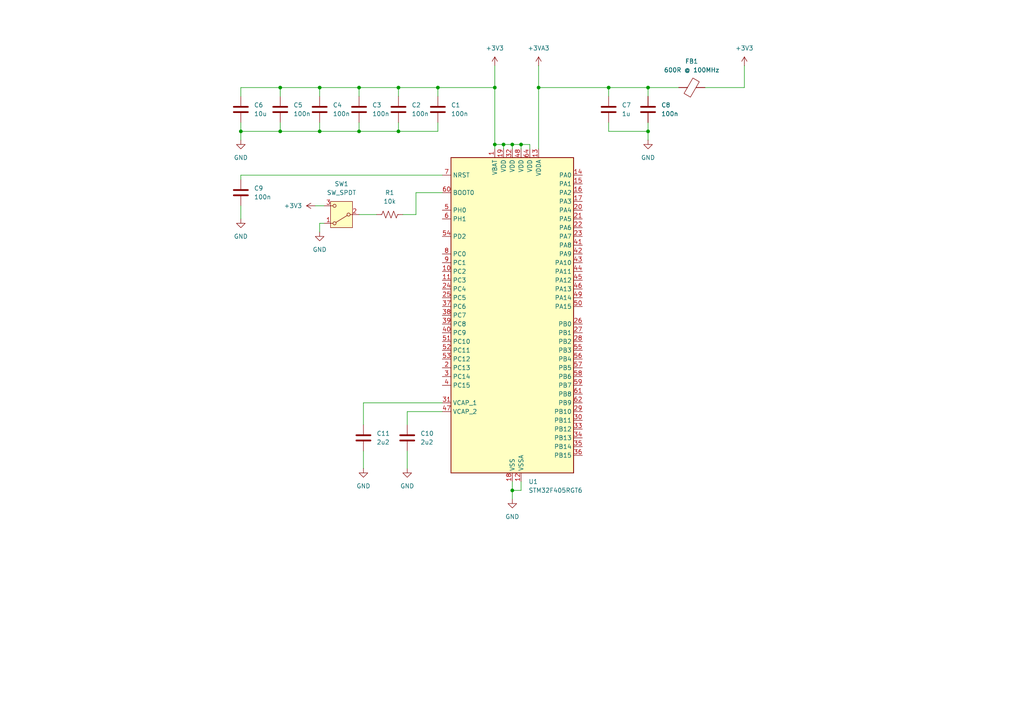
<source format=kicad_sch>
(kicad_sch (version 20250114) (generator "eeschema") (generator_version "9.0")
  (paper "A4")
  (title_block (title "Flight Controller Phase 1") (date "2026-01-31") (rev "0"))
  (lib_symbols
    (symbol "Device:C" (pin_numbers (hide yes)) (pin_names (offset 0.254))
      (property "Reference" "C" (at 0.635 2.54 0))
      (property "Value" "C" (at 0.635 -2.54 0))
      (symbol "C_0_1"
        (polyline (pts (xy -2.032 0.762) (xy 2.032 0.762)) (stroke (width 0.508)))
        (polyline (pts (xy -2.032 -0.762) (xy 2.032 -0.762)) (stroke (width 0.508)))
      )
      (symbol "C_1_1"
        (pin passive line (at 0 3.81 270) (length 2.794) (name "~") (number "1"))
        (pin passive line (at 0 -3.81 90) (length 2.794) (name "~") (number "2"))
      )
    )
    (symbol "Device:FerriteBead" (pin_numbers (hide yes)) (pin_names (offset 0))
      (property "Reference" "FB" (at -3.81 0.635 90))
      (property "Value" "FerriteBead" (at 3.81 0 90))
      (symbol "FerriteBead_0_1"
        (polyline (pts (xy -2.7686 0.4064) (xy -1.7018 2.2606) (xy 2.7686 -0.3048) (xy 1.6764 -2.159) (xy -2.7686 0.4064)))
        (polyline (pts (xy 0 1.27) (xy 0 1.2954)))
        (polyline (pts (xy 0 -1.27) (xy 0 -1.2192)))
      )
      (symbol "FerriteBead_1_1"
        (pin passive line (at 0 3.81 270) (length 2.54) (name "~") (number "1"))
        (pin passive line (at 0 -3.81 90) (length 2.54) (name "~") (number "2"))
      )
    )
    (symbol "Device:R_US" (pin_numbers (hide yes)) (pin_names (offset 0))
      (property "Reference" "R" (at 2.54 0 90))
      (property "Value" "R_US" (at -2.54 0 90))
      (symbol "R_US_0_1"
        (polyline (pts (xy 0 2.286) (xy 0 2.54)))
        (polyline (pts (xy 0 2.286) (xy 1.016 1.905) (xy 0 1.524) (xy -1.016 1.143) (xy 0 0.762)))
        (polyline (pts (xy 0 0.762) (xy 1.016 0.381) (xy 0 0) (xy -1.016 -0.381) (xy 0 -0.762)))
        (polyline (pts (xy 0 -0.762) (xy 1.016 -1.143) (xy 0 -1.524) (xy -1.016 -1.905) (xy 0 -2.286)))
        (polyline (pts (xy 0 -2.286) (xy 0 -2.54)))
      )
      (symbol "R_US_1_1"
        (pin passive line (at 0 3.81 270) (length 1.27) (name "~") (number "1"))
        (pin passive line (at 0 -3.81 90) (length 1.27) (name "~") (number "2"))
      )
    )
    (symbol "MCU_ST_STM32F4:STM32F405RGTx"
      (property "Reference" "U" (at -17.78 46.99 0))
      (property "Value" "STM32F405RGTx" (at 10.16 46.99 0))
      (symbol "STM32F405RGTx_0_1"
        (rectangle (start -17.78 -45.72) (end 17.78 45.72) (stroke (width 0.254)) (fill (type background)))
      )
      (symbol "STM32F405RGTx_1_1"
        (pin input line (at -20.32 40.64 0) (length 2.54) (name "NRST") (number "7"))
        (pin input line (at -20.32 35.56 0) (length 2.54) (name "BOOT0") (number "60"))
        (pin bidirectional line (at -20.32 30.48 0) (length 2.54) (name "PH0") (number "5"))
        (pin bidirectional line (at -20.32 27.94 0) (length 2.54) (name "PH1") (number "6"))
        (pin bidirectional line (at -20.32 22.86 0) (length 2.54) (name "PD2") (number "54"))
        (pin bidirectional line (at -20.32 17.78 0) (length 2.54) (name "PC0") (number "8"))
        (pin bidirectional line (at -20.32 15.24 0) (length 2.54) (name "PC1") (number "9"))
        (pin bidirectional line (at -20.32 12.7 0) (length 2.54) (name "PC2") (number "10"))
        (pin bidirectional line (at -20.32 10.16 0) (length 2.54) (name "PC3") (number "11"))
        (pin bidirectional line (at -20.32 7.62 0) (length 2.54) (name "PC4") (number "24"))
        (pin bidirectional line (at -20.32 5.08 0) (length 2.54) (name "PC5") (number "25"))
        (pin bidirectional line (at -20.32 2.54 0) (length 2.54) (name "PC6") (number "37"))
        (pin bidirectional line (at -20.32 0 0) (length 2.54) (name "PC7") (number "38"))
        (pin bidirectional line (at -20.32 -2.54 0) (length 2.54) (name "PC8") (number "39"))
        (pin bidirectional line (at -20.32 -5.08 0) (length 2.54) (name "PC9") (number "40"))
        (pin bidirectional line (at -20.32 -7.62 0) (length 2.54) (name "PC10") (number "51"))
        (pin bidirectional line (at -20.32 -10.16 0) (length 2.54) (name "PC11") (number "52"))
        (pin bidirectional line (at -20.32 -12.7 0) (length 2.54) (name "PC12") (number "53"))
        (pin bidirectional line (at -20.32 -15.24 0) (length 2.54) (name "PC13") (number "2"))
        (pin bidirectional line (at -20.32 -17.78 0) (length 2.54) (name "PC14") (number "3"))
        (pin bidirectional line (at -20.32 -20.32 0) (length 2.54) (name "PC15") (number "4"))
        (pin power_out line (at -20.32 -25.4 0) (length 2.54) (name "VCAP_1") (number "31"))
        (pin power_out line (at -20.32 -27.94 0) (length 2.54) (name "VCAP_2") (number "47"))
        (pin power_in line (at -5.08 48.26 270) (length 2.54) (name "VBAT") (number "1"))
        (pin power_in line (at -2.54 48.26 270) (length 2.54) (name "VDD") (number "19"))
        (pin power_in line (at 0 48.26 270) (length 2.54) (name "VDD") (number "32"))
        (pin power_in line (at 0 -48.26 90) (length 2.54) (name "VSS") (number "18"))
        (pin passive line (at 0 -48.26 90) (length 2.54) (hide yes) (name "VSS") (number "63"))
        (pin power_in line (at 2.54 48.26 270) (length 2.54) (name "VDD") (number "48"))
        (pin power_in line (at 2.54 -48.26 90) (length 2.54) (name "VSSA") (number "12"))
        (pin power_in line (at 5.08 48.26 270) (length 2.54) (name "VDD") (number "64"))
        (pin power_in line (at 7.62 48.26 270) (length 2.54) (name "VDDA") (number "13"))
        (pin bidirectional line (at 20.32 40.64 180) (length 2.54) (name "PA0") (number "14"))
        (pin bidirectional line (at 20.32 38.1 180) (length 2.54) (name "PA1") (number "15"))
        (pin bidirectional line (at 20.32 35.56 180) (length 2.54) (name "PA2") (number "16"))
        (pin bidirectional line (at 20.32 33.02 180) (length 2.54) (name "PA3") (number "17"))
        (pin bidirectional line (at 20.32 30.48 180) (length 2.54) (name "PA4") (number "20"))
        (pin bidirectional line (at 20.32 27.94 180) (length 2.54) (name "PA5") (number "21"))
        (pin bidirectional line (at 20.32 25.4 180) (length 2.54) (name "PA6") (number "22"))
        (pin bidirectional line (at 20.32 22.86 180) (length 2.54) (name "PA7") (number "23"))
        (pin bidirectional line (at 20.32 20.32 180) (length 2.54) (name "PA8") (number "41"))
        (pin bidirectional line (at 20.32 17.78 180) (length 2.54) (name "PA9") (number "42"))
        (pin bidirectional line (at 20.32 15.24 180) (length 2.54) (name "PA10") (number "43"))
        (pin bidirectional line (at 20.32 12.7 180) (length 2.54) (name "PA11") (number "44"))
        (pin bidirectional line (at 20.32 10.16 180) (length 2.54) (name "PA12") (number "45"))
        (pin bidirectional line (at 20.32 7.62 180) (length 2.54) (name "PA13") (number "46"))
        (pin bidirectional line (at 20.32 5.08 180) (length 2.54) (name "PA14") (number "49"))
        (pin bidirectional line (at 20.32 2.54 180) (length 2.54) (name "PA15") (number "50"))
        (pin bidirectional line (at 20.32 -2.54 180) (length 2.54) (name "PB0") (number "26"))
        (pin bidirectional line (at 20.32 -5.08 180) (length 2.54) (name "PB1") (number "27"))
        (pin bidirectional line (at 20.32 -7.62 180) (length 2.54) (name "PB2") (number "28"))
        (pin bidirectional line (at 20.32 -10.16 180) (length 2.54) (name "PB3") (number "55"))
        (pin bidirectional line (at 20.32 -12.7 180) (length 2.54) (name "PB4") (number "56"))
        (pin bidirectional line (at 20.32 -15.24 180) (length 2.54) (name "PB5") (number "57"))
        (pin bidirectional line (at 20.32 -17.78 180) (length 2.54) (name "PB6") (number "58"))
        (pin bidirectional line (at 20.32 -20.32 180) (length 2.54) (name "PB7") (number "59"))
        (pin bidirectional line (at 20.32 -22.86 180) (length 2.54) (name "PB8") (number "61"))
        (pin bidirectional line (at 20.32 -25.4 180) (length 2.54) (name "PB9") (number "62"))
        (pin bidirectional line (at 20.32 -27.94 180) (length 2.54) (name "PB10") (number "29"))
        (pin bidirectional line (at 20.32 -30.48 180) (length 2.54) (name "PB11") (number "30"))
        (pin bidirectional line (at 20.32 -33.02 180) (length 2.54) (name "PB12") (number "33"))
        (pin bidirectional line (at 20.32 -35.56 180) (length 2.54) (name "PB13") (number "34"))
        (pin bidirectional line (at 20.32 -38.1 180) (length 2.54) (name "PB14") (number "35"))
        (pin bidirectional line (at 20.32 -40.64 180) (length 2.54) (name "PB15") (number "36"))
      )
    )
    (symbol "Switch:SW_SPDT" (pin_names (offset 0) (hide yes))
      (property "Reference" "SW" (at 0 5.08 0))
      (property "Value" "SW_SPDT" (at 0 -5.08 0))
      (symbol "SW_SPDT_0_1"
        (circle (center -2.032 0) (radius 0.4572))
        (polyline (pts (xy -1.651 0.254) (xy 1.651 2.286)))
        (circle (center 2.032 2.54) (radius 0.4572))
        (circle (center 2.032 -2.54) (radius 0.4572))
      )
      (symbol "SW_SPDT_1_1"
        (rectangle (start -3.175 3.81) (end 3.175 -3.81) (fill (type background)))
        (pin passive line (at -5.08 0 0) (length 2.54) (name "B") (number "2"))
        (pin passive line (at 5.08 2.54 180) (length 2.54) (name "A") (number "1"))
        (pin passive line (at 5.08 -2.54 180) (length 2.54) (name "C") (number "3"))
      )
    )
    (symbol "power:+3.3VA" (power) (pin_numbers (hide yes)) (pin_names (offset 0) (hide yes))
      (property "Value" "+3.3VA" (at 0 3.556 0))
      (symbol "+3.3VA_0_1"
        (polyline (pts (xy -0.762 1.27) (xy 0 2.54)))
        (polyline (pts (xy 0 2.54) (xy 0.762 1.27)))
        (polyline (pts (xy 0 0) (xy 0 2.54)))
      )
      (symbol "+3.3VA_1_1"
        (pin power_in line (at 0 0 90) (length 0) (name "~") (number "1"))
      )
    )
    (symbol "power:+3V3" (power) (pin_numbers (hide yes)) (pin_names (offset 0) (hide yes))
      (property "Value" "+3V3" (at 0 3.556 0))
      (symbol "+3V3_0_1"
        (polyline (pts (xy -0.762 1.27) (xy 0 2.54)))
        (polyline (pts (xy 0 2.54) (xy 0.762 1.27)))
        (polyline (pts (xy 0 0) (xy 0 2.54)))
      )
      (symbol "+3V3_1_1"
        (pin power_in line (at 0 0 90) (length 0) (name "~") (number "1"))
      )
    )
    (symbol "power:GND" (power) (pin_numbers (hide yes)) (pin_names (offset 0) (hide yes))
      (property "Value" "GND" (at 0 -3.81 0))
      (symbol "GND_0_1"
        (polyline (pts (xy 0 0) (xy 0 -1.27) (xy 1.27 -1.27) (xy 0 -2.54) (xy -1.27 -1.27) (xy 0 -1.27)))
      )
      (symbol "GND_1_1"
        (pin power_in line (at 0 0 270) (length 0) (name "~") (number "1"))
      )
    )
  )
  (junction (at 127 25.4))
  (junction (at 81.28 25.4))
  (junction (at 151.13 41.91))
  (junction (at 69.85 38.1))
  (junction (at 156.21 25.4))
  (junction (at 104.14 38.1))
  (junction (at 187.96 38.1))
  (junction (at 143.51 41.91))
  (junction (at 92.71 25.4))
  (junction (at 115.57 25.4))
  (junction (at 146.05 41.91))
  (junction (at 104.14 25.4))
  (junction (at 148.59 142.24))
  (junction (at 187.96 25.4))
  (junction (at 115.57 38.1))
  (junction (at 143.51 25.4))
  (junction (at 148.59 41.91))
  (junction (at 176.53 25.4))
  (junction (at 92.71 38.1))
  (junction (at 81.28 38.1))
  (wire (pts (xy 148.59 144.78) (xy 148.59 142.24)))
  (wire (pts (xy 92.71 64.77) (xy 93.98 64.77)))
  (wire (pts (xy 148.59 139.7) (xy 148.59 142.24)))
  (wire (pts (xy 151.13 41.91) (xy 153.67 41.91)))
  (wire (pts (xy 104.14 25.4) (xy 104.14 27.94)))
  (wire (pts (xy 91.44 59.69) (xy 93.98 59.69)))
  (wire (pts (xy 146.05 41.91) (xy 148.59 41.91)))
  (wire (pts (xy 69.85 50.8) (xy 69.85 52.07)))
  (wire (pts (xy 156.21 43.18) (xy 156.21 25.4)))
  (wire (pts (xy 104.14 62.23) (xy 109.22 62.23)))
  (wire (pts (xy 128.27 116.84) (xy 105.41 116.84)))
  (wire (pts (xy 176.53 35.56) (xy 176.53 38.1)))
  (wire (pts (xy 128.27 119.38) (xy 118.11 119.38)))
  (wire (pts (xy 115.57 38.1) (xy 127 38.1)))
  (wire (pts (xy 146.05 41.91) (xy 143.51 41.91)))
  (wire (pts (xy 215.9 19.05) (xy 215.9 25.4)))
  (wire (pts (xy 148.59 41.91) (xy 151.13 41.91)))
  (wire (pts (xy 143.51 41.91) (xy 143.51 43.18)))
  (wire (pts (xy 176.53 38.1) (xy 187.96 38.1)))
  (wire (pts (xy 156.21 25.4) (xy 176.53 25.4)))
  (wire (pts (xy 81.28 35.56) (xy 81.28 38.1)))
  (wire (pts (xy 69.85 25.4) (xy 81.28 25.4)))
  (wire (pts (xy 81.28 27.94) (xy 81.28 25.4)))
  (wire (pts (xy 92.71 25.4) (xy 104.14 25.4)))
  (wire (pts (xy 156.21 19.05) (xy 156.21 25.4)))
  (wire (pts (xy 104.14 38.1) (xy 115.57 38.1)))
  (wire (pts (xy 127 35.56) (xy 127 38.1)))
  (wire (pts (xy 120.65 62.23) (xy 120.65 55.88)))
  (wire (pts (xy 115.57 25.4) (xy 115.57 27.94)))
  (wire (pts (xy 176.53 27.94) (xy 176.53 25.4)))
  (wire (pts (xy 143.51 19.05) (xy 143.51 25.4)))
  (wire (pts (xy 92.71 35.56) (xy 92.71 38.1)))
  (wire (pts (xy 81.28 38.1) (xy 92.71 38.1)))
  (wire (pts (xy 69.85 38.1) (xy 69.85 40.64)))
  (wire (pts (xy 92.71 38.1) (xy 104.14 38.1)))
  (wire (pts (xy 118.11 130.81) (xy 118.11 135.89)))
  (wire (pts (xy 69.85 35.56) (xy 69.85 38.1)))
  (wire (pts (xy 153.67 43.18) (xy 153.67 41.91)))
  (wire (pts (xy 187.96 25.4) (xy 196.85 25.4)))
  (wire (pts (xy 151.13 142.24) (xy 148.59 142.24)))
  (wire (pts (xy 187.96 25.4) (xy 187.96 27.94)))
  (wire (pts (xy 104.14 35.56) (xy 104.14 38.1)))
  (wire (pts (xy 143.51 25.4) (xy 143.51 41.91)))
  (wire (pts (xy 105.41 130.81) (xy 105.41 135.89)))
  (wire (pts (xy 127 25.4) (xy 143.51 25.4)))
  (wire (pts (xy 105.41 116.84) (xy 105.41 123.19)))
  (wire (pts (xy 151.13 43.18) (xy 151.13 41.91)))
  (wire (pts (xy 115.57 25.4) (xy 127 25.4)))
  (wire (pts (xy 146.05 43.18) (xy 146.05 41.91)))
  (wire (pts (xy 81.28 25.4) (xy 92.71 25.4)))
  (wire (pts (xy 104.14 25.4) (xy 115.57 25.4)))
  (wire (pts (xy 92.71 27.94) (xy 92.71 25.4)))
  (wire (pts (xy 128.27 50.8) (xy 69.85 50.8)))
  (wire (pts (xy 127 25.4) (xy 127 27.94)))
  (wire (pts (xy 120.65 55.88) (xy 128.27 55.88)))
  (wire (pts (xy 176.53 25.4) (xy 187.96 25.4)))
  (wire (pts (xy 69.85 27.94) (xy 69.85 25.4)))
  (wire (pts (xy 187.96 35.56) (xy 187.96 38.1)))
  (wire (pts (xy 148.59 43.18) (xy 148.59 41.91)))
  (wire (pts (xy 92.71 64.77) (xy 92.71 67.31)))
  (wire (pts (xy 187.96 38.1) (xy 187.96 40.64)))
  (wire (pts (xy 116.84 62.23) (xy 120.65 62.23)))
  (wire (pts (xy 204.47 25.4) (xy 215.9 25.4)))
  (wire (pts (xy 151.13 139.7) (xy 151.13 142.24)))
  (wire (pts (xy 115.57 35.56) (xy 115.57 38.1)))
  (wire (pts (xy 69.85 38.1) (xy 81.28 38.1)))
  (wire (pts (xy 69.85 59.69) (xy 69.85 63.5)))
  (wire (pts (xy 118.11 119.38) (xy 118.11 123.19)))
  (symbol (lib_id "Device:C") (at 69.85 55.88 0) (unit 1)
    (property "Reference" "C9" (at 73.66 54.6099 0) (effects (justify left)))
    (property "Value" "100n" (at 73.66 57.1499 0) (effects (justify left)))
    (property "Description" "Unpolarized capacitor" (effects (hide yes)))
  )
  (symbol (lib_id "power:GND") (at 69.85 40.64 0) (unit 1)
    (property "Reference" "#PWR03" (effects (hide yes)))
    (property "Value" "GND" (at 69.85 45.72 0))
    (property "Description" "Power symbol creates a global label with name \"GND\" , ground" (effects (hide yes)))
  )
  (symbol (lib_id "Device:C") (at 115.57 31.75 0) (unit 1)
    (property "Reference" "C2" (at 119.38 30.4799 0) (effects (justify left)))
    (property "Value" "100n" (at 119.38 33.0199 0) (effects (justify left)))
    (property "Description" "Unpolarized capacitor" (effects (hide yes)))
  )
  (symbol (lib_id "Device:C") (at 176.53 31.75 0) (unit 1)
    (property "Reference" "C7" (at 180.34 30.4799 0) (effects (justify left)))
    (property "Value" "1u" (at 180.34 33.0199 0) (effects (justify left)))
    (property "Description" "Unpolarized capacitor" (effects (hide yes)))
  )
  (symbol (lib_id "Device:R_US") (at 113.03 62.23 270) (unit 1)
    (property "Reference" "R1" (at 113.03 55.88 90))
    (property "Value" "10k" (at 113.03 58.42 90))
    (property "Description" "Resistor, US symbol" (effects (hide yes)))
  )
  (symbol (lib_id "Device:C") (at 81.28 31.75 0) (unit 1)
    (property "Reference" "C5" (at 85.09 30.4799 0) (effects (justify left)))
    (property "Value" "100n" (at 85.09 33.0199 0) (effects (justify left)))
    (property "Description" "Unpolarized capacitor" (effects (hide yes)))
  )
  (symbol (lib_id "Device:C") (at 118.11 127 0) (unit 1)
    (property "Reference" "C10" (at 121.92 125.7299 0) (effects (justify left)))
    (property "Value" "2u2" (at 121.92 128.2699 0) (effects (justify left)))
    (property "Description" "Unpolarized capacitor" (effects (hide yes)))
  )
  (symbol (lib_id "power:GND") (at 118.11 135.89 0) (unit 1)
    (property "Reference" "#PWR09" (effects (hide yes)))
    (property "Value" "GND" (at 118.11 140.97 0))
    (property "Description" "Power symbol creates a global label with name \"GND\" , ground" (effects (hide yes)))
  )
  (symbol (lib_id "power:+3V3") (at 143.51 19.05 0) (unit 1)
    (property "Reference" "#PWR02" (effects (hide yes)))
    (property "Value" "+3V3" (at 143.51 13.97 0))
    (property "Description" "Power symbol creates a global label with name \"+3V3\"" (effects (hide yes)))
  )
  (symbol (lib_id "power:GND") (at 148.59 144.78 0) (unit 1)
    (property "Reference" "#PWR01" (effects (hide yes)))
    (property "Value" "GND" (at 148.59 149.86 0))
    (property "Description" "Power symbol creates a global label with name \"GND\" , ground" (effects (hide yes)))
  )
  (symbol (lib_id "power:+3.3VA") (at 156.21 19.05 0) (unit 1)
    (property "Reference" "#PWR04" (effects (hide yes)))
    (property "Value" "+3VA3" (at 156.21 13.97 0))
    (property "Description" "Power symbol creates a global label with name \"+3.3VA\"" (effects (hide yes)))
  )
  (symbol (lib_id "power:GND") (at 105.41 135.89 0) (unit 1)
    (property "Reference" "#PWR08" (effects (hide yes)))
    (property "Value" "GND" (at 105.41 140.97 0))
    (property "Description" "Power symbol creates a global label with name \"GND\" , ground" (effects (hide yes)))
  )
  (symbol (lib_id "power:+3V3") (at 91.44 59.69 90) (unit 1)
    (property "Reference" "#PWR011" (effects (hide yes)))
    (property "Value" "+3V3" (at 87.63 59.6899 90) (effects (justify left)))
    (property "Description" "Power symbol creates a global label with name \"+3V3\"" (effects (hide yes)))
  )
  (symbol (lib_id "Device:C") (at 127 31.75 0) (unit 1)
    (property "Reference" "C1" (at 130.81 30.4799 0) (effects (justify left)))
    (property "Value" "100n" (at 130.81 33.0199 0) (effects (justify left)))
    (property "Description" "Unpolarized capacitor" (effects (hide yes)))
  )
  (symbol (lib_id "power:GND") (at 187.96 40.64 0) (unit 1)
    (property "Reference" "#PWR05" (effects (hide yes)))
    (property "Value" "GND" (at 187.96 45.72 0))
    (property "Description" "Power symbol creates a global label with name \"GND\" , ground" (effects (hide yes)))
  )
  (symbol (lib_id "power:GND") (at 92.71 67.31 0) (unit 1)
    (property "Reference" "#PWR010" (effects (hide yes)))
    (property "Value" "GND" (at 92.71 72.39 0))
    (property "Description" "Power symbol creates a global label with name \"GND\" , ground" (effects (hide yes)))
  )
  (symbol (lib_id "Switch:SW_SPDT") (at 99.06 62.23 180) (unit 1)
    (property "Reference" "SW1" (at 99.06 53.34 0))
    (property "Value" "SW_SPDT" (at 99.06 55.88 0))
    (property "Description" "Switch, single pole double throw" (effects (hide yes)))
  )
  (symbol (lib_id "Device:FerriteBead") (at 200.66 25.4 90) (unit 1)
    (property "Reference" "FB1" (at 200.6092 17.78 90))
    (property "Value" "600R @ 100MHz" (at 200.6092 20.32 90))
    (property "Description" "Ferrite bead" (effects (hide yes)))
  )
  (symbol (lib_id "MCU_ST_STM32F4:STM32F405RGTx") (at 148.59 91.44 0) (unit 1)
    (property "Reference" "U1" (at 153.2733 139.7 0) (effects (justify left)))
    (property "Value" "STM32F405RGT6" (at 153.2733 142.24 0) (effects (justify left)))
    (property "Footprint" "Package_QFP:LQFP-64_10x10mm_P0.5mm" (effects (hide yes)))
    (property "Datasheet" "https://www.st.com/resource/en/datasheet/stm32f405rg.pdf" (effects (hide yes)))
    (property "Description" "STMicroelectronics Arm Cortex-M4 MCU, 1024KB flash, 192KB RAM, 168 MHz, 1.8-3.6V, 51 GPIO, LQFP64" (effects (hide yes)))
  )
  (symbol (lib_id "Device:C") (at 104.14 31.75 0) (unit 1)
    (property "Reference" "C3" (at 107.95 30.4799 0) (effects (justify left)))
    (property "Value" "100n" (at 107.95 33.0199 0) (effects (justify left)))
    (property "Description" "Unpolarized capacitor" (effects (hide yes)))
  )
  (symbol (lib_id "power:+3V3") (at 215.9 19.05 0) (unit 1)
    (property "Reference" "#PWR06" (effects (hide yes)))
    (property "Value" "+3V3" (at 215.9 13.97 0))
    (property "Description" "Power symbol creates a global label with name \"+3V3\"" (effects (hide yes)))
  )
  (symbol (lib_id "Device:C") (at 105.41 127 0) (unit 1)
    (property "Reference" "C11" (at 109.22 125.7299 0) (effects (justify left)))
    (property "Value" "2u2" (at 109.22 128.2699 0) (effects (justify left)))
    (property "Description" "Unpolarized capacitor" (effects (hide yes)))
  )
  (symbol (lib_id "Device:C") (at 187.96 31.75 0) (unit 1)
    (property "Reference" "C8" (at 191.77 30.4799 0) (effects (justify left)))
    (property "Value" "100n" (at 191.77 33.0199 0) (effects (justify left)))
    (property "Description" "Unpolarized capacitor" (effects (hide yes)))
  )
  (symbol (lib_id "Device:C") (at 69.85 31.75 0) (unit 1)
    (property "Reference" "C6" (at 73.66 30.4799 0) (effects (justify left)))
    (property "Value" "10u" (at 73.66 33.0199 0) (effects (justify left)))
    (property "Description" "Unpolarized capacitor" (effects (hide yes)))
  )
  (symbol (lib_id "power:GND") (at 69.85 63.5 0) (unit 1)
    (property "Reference" "#PWR07" (effects (hide yes)))
    (property "Value" "GND" (at 69.85 68.58 0))
    (property "Description" "Power symbol creates a global label with name \"GND\" , ground" (effects (hide yes)))
  )
  (symbol (lib_id "Device:C") (at 92.71 31.75 0) (unit 1)
    (property "Reference" "C4" (at 96.52 30.4799 0) (effects (justify left)))
    (property "Value" "100n" (at 96.52 33.0199 0) (effects (justify left)))
    (property "Description" "Unpolarized capacitor" (effects (hide yes)))
  )
)
</source>
